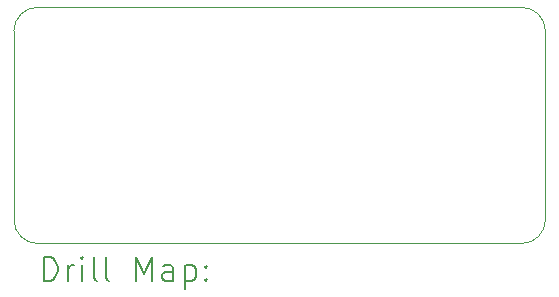
<source format=gbr>
%TF.GenerationSoftware,KiCad,Pcbnew,7.0.7*%
%TF.CreationDate,2024-12-21T21:31:14+01:00*%
%TF.ProjectId,servo_board,73657276-6f5f-4626-9f61-72642e6b6963,1.0*%
%TF.SameCoordinates,Original*%
%TF.FileFunction,Drillmap*%
%TF.FilePolarity,Positive*%
%FSLAX45Y45*%
G04 Gerber Fmt 4.5, Leading zero omitted, Abs format (unit mm)*
G04 Created by KiCad (PCBNEW 7.0.7) date 2024-12-21 21:31:14*
%MOMM*%
%LPD*%
G01*
G04 APERTURE LIST*
%ADD10C,0.100000*%
%ADD11C,0.200000*%
G04 APERTURE END LIST*
D10*
X7700000Y-5100000D02*
X11800000Y-5100000D01*
X7500000Y-6900000D02*
X7500000Y-5300000D01*
X11800000Y-7100000D02*
X7700000Y-7100000D01*
X12000000Y-5300000D02*
X12000000Y-6900000D01*
X12000000Y-5300000D02*
G75*
G03*
X11800000Y-5100000I-200000J0D01*
G01*
X11800000Y-7100000D02*
G75*
G03*
X12000000Y-6900000I0J200000D01*
G01*
X7500000Y-6900000D02*
G75*
G03*
X7700000Y-7100000I200000J0D01*
G01*
X7700000Y-5100000D02*
G75*
G03*
X7500000Y-5300000I0J-200000D01*
G01*
D11*
X7755777Y-7416484D02*
X7755777Y-7216484D01*
X7755777Y-7216484D02*
X7803396Y-7216484D01*
X7803396Y-7216484D02*
X7831967Y-7226008D01*
X7831967Y-7226008D02*
X7851015Y-7245055D01*
X7851015Y-7245055D02*
X7860539Y-7264103D01*
X7860539Y-7264103D02*
X7870062Y-7302198D01*
X7870062Y-7302198D02*
X7870062Y-7330769D01*
X7870062Y-7330769D02*
X7860539Y-7368865D01*
X7860539Y-7368865D02*
X7851015Y-7387912D01*
X7851015Y-7387912D02*
X7831967Y-7406960D01*
X7831967Y-7406960D02*
X7803396Y-7416484D01*
X7803396Y-7416484D02*
X7755777Y-7416484D01*
X7955777Y-7416484D02*
X7955777Y-7283150D01*
X7955777Y-7321246D02*
X7965301Y-7302198D01*
X7965301Y-7302198D02*
X7974824Y-7292674D01*
X7974824Y-7292674D02*
X7993872Y-7283150D01*
X7993872Y-7283150D02*
X8012920Y-7283150D01*
X8079586Y-7416484D02*
X8079586Y-7283150D01*
X8079586Y-7216484D02*
X8070062Y-7226008D01*
X8070062Y-7226008D02*
X8079586Y-7235531D01*
X8079586Y-7235531D02*
X8089110Y-7226008D01*
X8089110Y-7226008D02*
X8079586Y-7216484D01*
X8079586Y-7216484D02*
X8079586Y-7235531D01*
X8203396Y-7416484D02*
X8184348Y-7406960D01*
X8184348Y-7406960D02*
X8174824Y-7387912D01*
X8174824Y-7387912D02*
X8174824Y-7216484D01*
X8308158Y-7416484D02*
X8289110Y-7406960D01*
X8289110Y-7406960D02*
X8279586Y-7387912D01*
X8279586Y-7387912D02*
X8279586Y-7216484D01*
X8536729Y-7416484D02*
X8536729Y-7216484D01*
X8536729Y-7216484D02*
X8603396Y-7359341D01*
X8603396Y-7359341D02*
X8670063Y-7216484D01*
X8670063Y-7216484D02*
X8670063Y-7416484D01*
X8851015Y-7416484D02*
X8851015Y-7311722D01*
X8851015Y-7311722D02*
X8841491Y-7292674D01*
X8841491Y-7292674D02*
X8822444Y-7283150D01*
X8822444Y-7283150D02*
X8784348Y-7283150D01*
X8784348Y-7283150D02*
X8765301Y-7292674D01*
X8851015Y-7406960D02*
X8831967Y-7416484D01*
X8831967Y-7416484D02*
X8784348Y-7416484D01*
X8784348Y-7416484D02*
X8765301Y-7406960D01*
X8765301Y-7406960D02*
X8755777Y-7387912D01*
X8755777Y-7387912D02*
X8755777Y-7368865D01*
X8755777Y-7368865D02*
X8765301Y-7349817D01*
X8765301Y-7349817D02*
X8784348Y-7340293D01*
X8784348Y-7340293D02*
X8831967Y-7340293D01*
X8831967Y-7340293D02*
X8851015Y-7330769D01*
X8946253Y-7283150D02*
X8946253Y-7483150D01*
X8946253Y-7292674D02*
X8965301Y-7283150D01*
X8965301Y-7283150D02*
X9003396Y-7283150D01*
X9003396Y-7283150D02*
X9022444Y-7292674D01*
X9022444Y-7292674D02*
X9031967Y-7302198D01*
X9031967Y-7302198D02*
X9041491Y-7321246D01*
X9041491Y-7321246D02*
X9041491Y-7378388D01*
X9041491Y-7378388D02*
X9031967Y-7397436D01*
X9031967Y-7397436D02*
X9022444Y-7406960D01*
X9022444Y-7406960D02*
X9003396Y-7416484D01*
X9003396Y-7416484D02*
X8965301Y-7416484D01*
X8965301Y-7416484D02*
X8946253Y-7406960D01*
X9127205Y-7397436D02*
X9136729Y-7406960D01*
X9136729Y-7406960D02*
X9127205Y-7416484D01*
X9127205Y-7416484D02*
X9117682Y-7406960D01*
X9117682Y-7406960D02*
X9127205Y-7397436D01*
X9127205Y-7397436D02*
X9127205Y-7416484D01*
X9127205Y-7292674D02*
X9136729Y-7302198D01*
X9136729Y-7302198D02*
X9127205Y-7311722D01*
X9127205Y-7311722D02*
X9117682Y-7302198D01*
X9117682Y-7302198D02*
X9127205Y-7292674D01*
X9127205Y-7292674D02*
X9127205Y-7311722D01*
M02*

</source>
